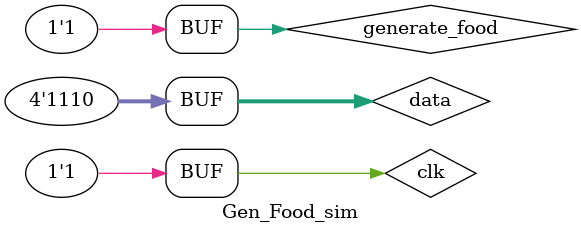
<source format=v>
`timescale 1ns / 1ps


module Gen_Food_sim;

	// Inputs
	reg clk;
	reg generate_food;
	reg [3:0] data;

	// Outputs
	wire [3:0] food;
	wire [7:0] addr;
	wire read_EN;
	wire write_EN;
	wire [7:0] random;
	wire [7:0] addr_reg;
	wire find;

	// Instantiate the Unit Under Test (UUT)
	Gen_Food uut (
		.clk(clk), 
		.generate_food(generate_food), 
		.data(data), 
		.food(food), 
		.addr(addr), 
		.read_EN(read_EN), 
		.write_EN(write_EN), 
		.random(random), 
		.addr_reg(addr_reg),
		.find(find)
	);

	initial begin
		// Initialize Inputs
		clk = 0;
		generate_food = 0;
		data = 4'hf;

		// Wait 100 ns for global reset to finish
		#100;
		#20;
      generate_food = 1;
		#40;
		data = 4'he;
		// Add stimulus here

	end
   
	always begin
		clk = 0; #20;
		clk = 1; #20;
	end
endmodule


</source>
